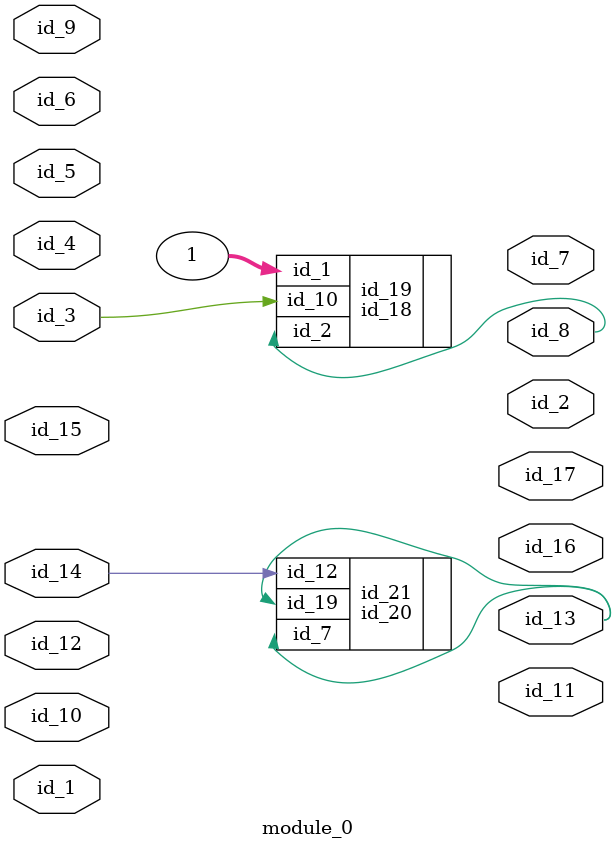
<source format=v>
module module_0 (
    id_1,
    id_2,
    id_3,
    id_4,
    id_5,
    id_6,
    id_7,
    id_8,
    id_9,
    id_10,
    id_11,
    id_12,
    id_13,
    id_14,
    id_15,
    id_16,
    id_17
);
  output id_17;
  output id_16;
  input id_15;
  input id_14;
  output id_13;
  input id_12;
  output id_11;
  input id_10;
  input id_9;
  output id_8;
  output id_7;
  input id_6;
  input id_5;
  input id_4;
  input id_3;
  output id_2;
  input id_1;
  id_18 id_19 (
      .id_2 (id_8),
      .id_1 (1),
      .id_10(id_3)
  );
  id_20 id_21 (
      .id_7 (id_12),
      .id_7 (id_13),
      .id_12(id_14),
      .id_19(id_13)
  );
endmodule

</source>
